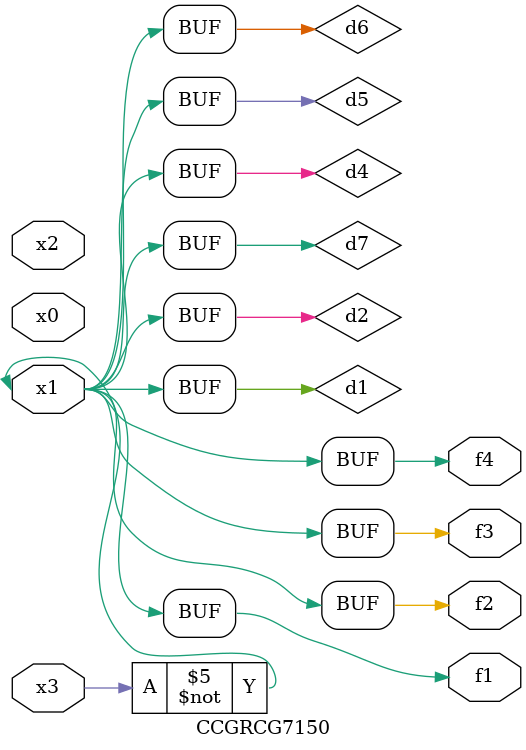
<source format=v>
module CCGRCG7150(
	input x0, x1, x2, x3,
	output f1, f2, f3, f4
);

	wire d1, d2, d3, d4, d5, d6, d7;

	not (d1, x3);
	buf (d2, x1);
	xnor (d3, d1, d2);
	nor (d4, d1);
	buf (d5, d1, d2);
	buf (d6, d4, d5);
	nand (d7, d4);
	assign f1 = d6;
	assign f2 = d7;
	assign f3 = d6;
	assign f4 = d6;
endmodule

</source>
